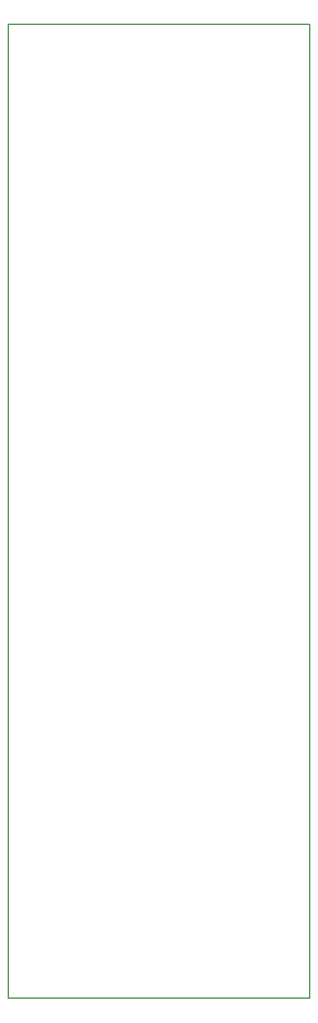
<source format=gbr>
G04 #@! TF.GenerationSoftware,KiCad,Pcbnew,5.0.2+dfsg1-1~bpo9+1*
G04 #@! TF.CreationDate,2020-01-13T16:50:13-08:00*
G04 #@! TF.ProjectId,default,64656661-756c-4742-9e6b-696361645f70,rev?*
G04 #@! TF.SameCoordinates,Original*
G04 #@! TF.FileFunction,Profile,NP*
%FSLAX46Y46*%
G04 Gerber Fmt 4.6, Leading zero omitted, Abs format (unit mm)*
G04 Created by KiCad (PCBNEW 5.0.2+dfsg1-1~bpo9+1) date Mon 13 Jan 2020 04:50:13 PM PST*
%MOMM*%
%LPD*%
G01*
G04 APERTURE LIST*
%ADD10C,0.150000*%
G04 APERTURE END LIST*
D10*
X150000000Y-150000000D02*
X150000000Y-21000000D01*
X150000000Y-21000000D02*
X190000000Y-21000000D01*
X190000000Y-21000000D02*
X190000000Y-150000000D01*
X190000000Y-150000000D02*
X150000000Y-150000000D01*
M02*

</source>
